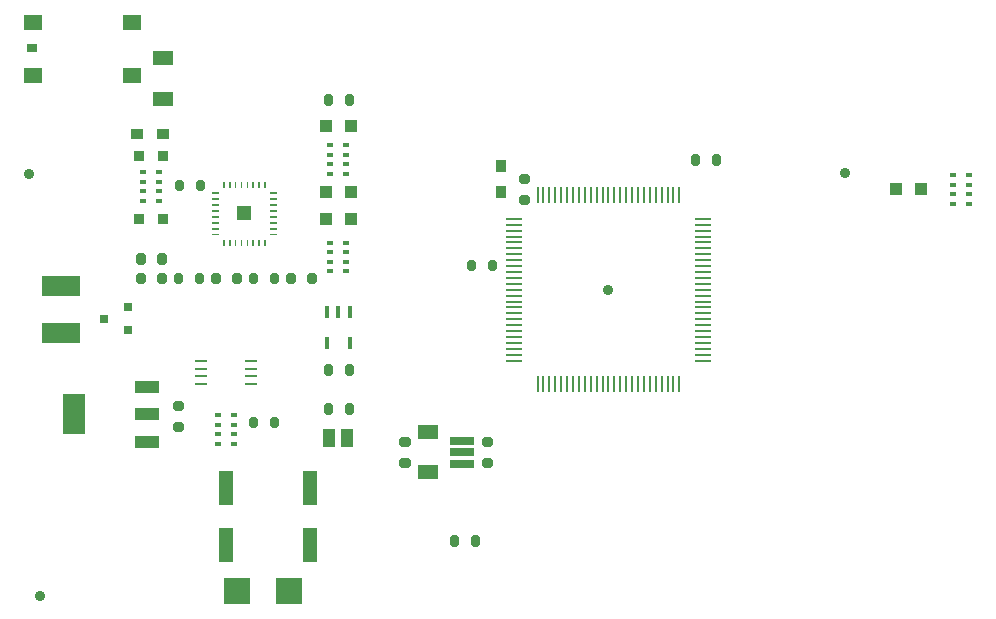
<source format=gbr>
G04 EAGLE Gerber RS-274X export*
G75*
%MOMM*%
%FSLAX34Y34*%
%LPD*%
%INSolderpaste Top*%
%IPPOS*%
%AMOC8*
5,1,8,0,0,1.08239X$1,22.5*%
G01*
%ADD10R,1.260000X2.860000*%
%ADD11R,1.080000X1.080000*%
%ADD12R,2.160000X2.160000*%
%ADD13C,0.914400*%
%ADD14R,2.113281X1.097281*%
%ADD15R,1.980000X3.380000*%
%ADD16C,0.613534*%
%ADD17R,1.398400X0.198400*%
%ADD18R,0.198400X1.398400*%
%ADD19R,3.210000X1.710000*%
%ADD20R,0.787400X0.685800*%
%ADD21R,1.051562X1.483363*%
%ADD22R,1.270000X1.270000*%
%ADD23C,0.123094*%
%ADD24R,1.098400X0.898400*%
%ADD25R,0.898400X0.898400*%
%ADD26C,0.005981*%
%ADD27R,0.548400X0.398400*%
%ADD28R,0.889000X0.762000*%
%ADD29C,0.075600*%
%ADD30R,0.448400X1.098400*%
%ADD31R,1.098400X0.198400*%
%ADD32R,1.660000X1.260000*%
%ADD33R,0.898400X1.098400*%


D10*
X184150Y115440D03*
X184150Y67440D03*
X255270Y115440D03*
X255270Y67440D03*
D11*
X772500Y368300D03*
X751500Y368300D03*
D12*
X193900Y27940D03*
X237900Y27940D03*
D13*
X708406Y381922D03*
X26670Y24130D03*
X17780Y381000D03*
D14*
X117348Y154686D03*
X117348Y177800D03*
X117348Y200914D03*
D15*
X55370Y177800D03*
D16*
X271427Y442575D02*
X271427Y446425D01*
X271427Y442575D02*
X269593Y442575D01*
X269593Y446425D01*
X271427Y446425D01*
X289207Y446425D02*
X289207Y442575D01*
X287373Y442575D01*
X287373Y446425D01*
X289207Y446425D01*
X408423Y306115D02*
X408423Y302265D01*
X408423Y306115D02*
X410257Y306115D01*
X410257Y302265D01*
X408423Y302265D01*
X390643Y302265D02*
X390643Y306115D01*
X392477Y306115D01*
X392477Y302265D01*
X390643Y302265D01*
X145435Y184503D02*
X141585Y184503D01*
X141585Y186337D01*
X145435Y186337D01*
X145435Y184503D01*
X145435Y166723D02*
X141585Y166723D01*
X141585Y168557D01*
X145435Y168557D01*
X145435Y166723D01*
D17*
X428000Y343464D03*
X428000Y338464D03*
X428000Y333464D03*
X428000Y328464D03*
X428000Y323464D03*
X428000Y318464D03*
X428000Y313464D03*
X428000Y308464D03*
X428000Y303464D03*
X428000Y298464D03*
X428000Y293464D03*
X428000Y288464D03*
X428000Y283464D03*
X428000Y278464D03*
X428000Y273464D03*
X428000Y268464D03*
X428000Y263464D03*
X428000Y258464D03*
X428000Y253464D03*
X428000Y248464D03*
X428000Y243464D03*
X428000Y238464D03*
X428000Y233464D03*
X428000Y228464D03*
X428000Y223464D03*
D18*
X448000Y203464D03*
X453000Y203464D03*
X458000Y203464D03*
X463000Y203464D03*
X468000Y203464D03*
X473000Y203464D03*
X478000Y203464D03*
X483000Y203464D03*
X488000Y203464D03*
X493000Y203464D03*
X498000Y203464D03*
X503000Y203464D03*
X508000Y203464D03*
X513000Y203464D03*
X518000Y203464D03*
X523000Y203464D03*
X528000Y203464D03*
X533000Y203464D03*
X538000Y203464D03*
X543000Y203464D03*
X548000Y203464D03*
X553000Y203464D03*
X558000Y203464D03*
X563000Y203464D03*
X568000Y203464D03*
D17*
X588000Y223464D03*
X588000Y228464D03*
X588000Y233464D03*
X588000Y238464D03*
X588000Y243464D03*
X588000Y248464D03*
X588000Y253464D03*
X588000Y258464D03*
X588000Y263464D03*
X588000Y268464D03*
X588000Y273464D03*
X588000Y278464D03*
X588000Y283464D03*
X588000Y288464D03*
X588000Y293464D03*
X588000Y298464D03*
X588000Y303464D03*
X588000Y308464D03*
X588000Y313464D03*
X588000Y318464D03*
X588000Y323464D03*
X588000Y328464D03*
X588000Y333464D03*
X588000Y338464D03*
X588000Y343464D03*
D18*
X568000Y363464D03*
X563000Y363464D03*
X558000Y363464D03*
X553000Y363464D03*
X548000Y363464D03*
X543000Y363464D03*
X538000Y363464D03*
X533000Y363464D03*
X528000Y363464D03*
X523000Y363464D03*
X518000Y363464D03*
X513000Y363464D03*
X508000Y363464D03*
X503000Y363464D03*
X498000Y363464D03*
X493000Y363464D03*
X488000Y363464D03*
X483000Y363464D03*
X478000Y363464D03*
X473000Y363464D03*
X468000Y363464D03*
X463000Y363464D03*
X458000Y363464D03*
X453000Y363464D03*
X448000Y363464D03*
D16*
X582323Y391775D02*
X582323Y395625D01*
X582323Y391775D02*
X580489Y391775D01*
X580489Y395625D01*
X582323Y395625D01*
X600103Y395625D02*
X600103Y391775D01*
X598269Y391775D01*
X598269Y395625D01*
X600103Y395625D01*
X378107Y73045D02*
X378107Y69195D01*
X376273Y69195D01*
X376273Y73045D01*
X378107Y73045D01*
X395887Y73045D02*
X395887Y69195D01*
X394053Y69195D01*
X394053Y73045D01*
X395887Y73045D01*
X337205Y154023D02*
X333355Y154023D01*
X333355Y155857D01*
X337205Y155857D01*
X337205Y154023D01*
X337205Y136243D02*
X333355Y136243D01*
X333355Y138077D01*
X337205Y138077D01*
X337205Y136243D01*
X128623Y307955D02*
X128623Y311805D01*
X130457Y311805D01*
X130457Y307955D01*
X128623Y307955D01*
X110843Y307955D02*
X110843Y311805D01*
X112677Y311805D01*
X112677Y307955D01*
X110843Y307955D01*
X271427Y217825D02*
X271427Y213975D01*
X269593Y213975D01*
X269593Y217825D01*
X271427Y217825D01*
X289207Y217825D02*
X289207Y213975D01*
X287373Y213975D01*
X287373Y217825D01*
X289207Y217825D01*
D11*
X289900Y342900D03*
X268900Y342900D03*
X289900Y365760D03*
X268900Y365760D03*
D19*
X44450Y247200D03*
X44450Y286200D03*
D16*
X128623Y291445D02*
X128623Y295295D01*
X130457Y295295D01*
X130457Y291445D01*
X128623Y291445D01*
X110843Y291445D02*
X110843Y295295D01*
X112677Y295295D01*
X112677Y291445D01*
X110843Y291445D01*
D11*
X289900Y421640D03*
X268900Y421640D03*
D16*
X271427Y184805D02*
X271427Y180955D01*
X269593Y180955D01*
X269593Y184805D01*
X271427Y184805D01*
X289207Y184805D02*
X289207Y180955D01*
X287373Y180955D01*
X287373Y184805D01*
X289207Y184805D01*
D20*
X81280Y258826D03*
X101600Y268478D03*
X101600Y249174D03*
D16*
X223873Y173375D02*
X223873Y169525D01*
X223873Y173375D02*
X225707Y173375D01*
X225707Y169525D01*
X223873Y169525D01*
X206093Y169525D02*
X206093Y173375D01*
X207927Y173375D01*
X207927Y169525D01*
X206093Y169525D01*
X239677Y291445D02*
X239677Y295295D01*
X239677Y291445D02*
X237843Y291445D01*
X237843Y295295D01*
X239677Y295295D01*
X257457Y295295D02*
X257457Y291445D01*
X255623Y291445D01*
X255623Y295295D01*
X257457Y295295D01*
D21*
X271780Y157480D03*
X287020Y157480D03*
D16*
X161135Y370185D02*
X161135Y374035D01*
X162969Y374035D01*
X162969Y370185D01*
X161135Y370185D01*
X143355Y370185D02*
X143355Y374035D01*
X145189Y374035D01*
X145189Y370185D01*
X143355Y370185D01*
D22*
X199390Y347980D03*
D23*
X182167Y325857D02*
X181613Y325857D01*
X182167Y325857D02*
X182167Y321103D01*
X181613Y321103D01*
X181613Y325857D01*
X181613Y322272D02*
X182167Y322272D01*
X182167Y323441D02*
X181613Y323441D01*
X181613Y324610D02*
X182167Y324610D01*
X182167Y325779D02*
X181613Y325779D01*
X186613Y325857D02*
X187167Y325857D01*
X187167Y321103D01*
X186613Y321103D01*
X186613Y325857D01*
X186613Y322272D02*
X187167Y322272D01*
X187167Y323441D02*
X186613Y323441D01*
X186613Y324610D02*
X187167Y324610D01*
X187167Y325779D02*
X186613Y325779D01*
X191613Y325857D02*
X192167Y325857D01*
X192167Y321103D01*
X191613Y321103D01*
X191613Y325857D01*
X191613Y322272D02*
X192167Y322272D01*
X192167Y323441D02*
X191613Y323441D01*
X191613Y324610D02*
X192167Y324610D01*
X192167Y325779D02*
X191613Y325779D01*
X196613Y325857D02*
X197167Y325857D01*
X197167Y321103D01*
X196613Y321103D01*
X196613Y325857D01*
X196613Y322272D02*
X197167Y322272D01*
X197167Y323441D02*
X196613Y323441D01*
X196613Y324610D02*
X197167Y324610D01*
X197167Y325779D02*
X196613Y325779D01*
X201613Y325857D02*
X202167Y325857D01*
X202167Y321103D01*
X201613Y321103D01*
X201613Y325857D01*
X201613Y322272D02*
X202167Y322272D01*
X202167Y323441D02*
X201613Y323441D01*
X201613Y324610D02*
X202167Y324610D01*
X202167Y325779D02*
X201613Y325779D01*
X206613Y325857D02*
X207167Y325857D01*
X207167Y321103D01*
X206613Y321103D01*
X206613Y325857D01*
X206613Y322272D02*
X207167Y322272D01*
X207167Y323441D02*
X206613Y323441D01*
X206613Y324610D02*
X207167Y324610D01*
X207167Y325779D02*
X206613Y325779D01*
X211613Y325857D02*
X212167Y325857D01*
X212167Y321103D01*
X211613Y321103D01*
X211613Y325857D01*
X211613Y322272D02*
X212167Y322272D01*
X212167Y323441D02*
X211613Y323441D01*
X211613Y324610D02*
X212167Y324610D01*
X212167Y325779D02*
X211613Y325779D01*
X216613Y325857D02*
X217167Y325857D01*
X217167Y321103D01*
X216613Y321103D01*
X216613Y325857D01*
X216613Y322272D02*
X217167Y322272D01*
X217167Y323441D02*
X216613Y323441D01*
X216613Y324610D02*
X217167Y324610D01*
X217167Y325779D02*
X216613Y325779D01*
X221513Y330203D02*
X221513Y330757D01*
X226267Y330757D01*
X226267Y330203D01*
X221513Y330203D01*
X221513Y335203D02*
X221513Y335757D01*
X226267Y335757D01*
X226267Y335203D01*
X221513Y335203D01*
X221513Y340203D02*
X221513Y340757D01*
X226267Y340757D01*
X226267Y340203D01*
X221513Y340203D01*
X221513Y345203D02*
X221513Y345757D01*
X226267Y345757D01*
X226267Y345203D01*
X221513Y345203D01*
X221513Y350203D02*
X221513Y350757D01*
X226267Y350757D01*
X226267Y350203D01*
X221513Y350203D01*
X221513Y355203D02*
X221513Y355757D01*
X226267Y355757D01*
X226267Y355203D01*
X221513Y355203D01*
X221513Y360203D02*
X221513Y360757D01*
X226267Y360757D01*
X226267Y360203D01*
X221513Y360203D01*
X221513Y365203D02*
X221513Y365757D01*
X226267Y365757D01*
X226267Y365203D01*
X221513Y365203D01*
X217167Y374857D02*
X216613Y374857D01*
X217167Y374857D02*
X217167Y370103D01*
X216613Y370103D01*
X216613Y374857D01*
X216613Y371272D02*
X217167Y371272D01*
X217167Y372441D02*
X216613Y372441D01*
X216613Y373610D02*
X217167Y373610D01*
X217167Y374779D02*
X216613Y374779D01*
X212167Y374857D02*
X211613Y374857D01*
X212167Y374857D02*
X212167Y370103D01*
X211613Y370103D01*
X211613Y374857D01*
X211613Y371272D02*
X212167Y371272D01*
X212167Y372441D02*
X211613Y372441D01*
X211613Y373610D02*
X212167Y373610D01*
X212167Y374779D02*
X211613Y374779D01*
X207167Y374857D02*
X206613Y374857D01*
X207167Y374857D02*
X207167Y370103D01*
X206613Y370103D01*
X206613Y374857D01*
X206613Y371272D02*
X207167Y371272D01*
X207167Y372441D02*
X206613Y372441D01*
X206613Y373610D02*
X207167Y373610D01*
X207167Y374779D02*
X206613Y374779D01*
X202167Y374857D02*
X201613Y374857D01*
X202167Y374857D02*
X202167Y370103D01*
X201613Y370103D01*
X201613Y374857D01*
X201613Y371272D02*
X202167Y371272D01*
X202167Y372441D02*
X201613Y372441D01*
X201613Y373610D02*
X202167Y373610D01*
X202167Y374779D02*
X201613Y374779D01*
X197167Y374857D02*
X196613Y374857D01*
X197167Y374857D02*
X197167Y370103D01*
X196613Y370103D01*
X196613Y374857D01*
X196613Y371272D02*
X197167Y371272D01*
X197167Y372441D02*
X196613Y372441D01*
X196613Y373610D02*
X197167Y373610D01*
X197167Y374779D02*
X196613Y374779D01*
X192167Y374857D02*
X191613Y374857D01*
X192167Y374857D02*
X192167Y370103D01*
X191613Y370103D01*
X191613Y374857D01*
X191613Y371272D02*
X192167Y371272D01*
X192167Y372441D02*
X191613Y372441D01*
X191613Y373610D02*
X192167Y373610D01*
X192167Y374779D02*
X191613Y374779D01*
X187167Y374857D02*
X186613Y374857D01*
X187167Y374857D02*
X187167Y370103D01*
X186613Y370103D01*
X186613Y374857D01*
X186613Y371272D02*
X187167Y371272D01*
X187167Y372441D02*
X186613Y372441D01*
X186613Y373610D02*
X187167Y373610D01*
X187167Y374779D02*
X186613Y374779D01*
X182167Y374857D02*
X181613Y374857D01*
X182167Y374857D02*
X182167Y370103D01*
X181613Y370103D01*
X181613Y374857D01*
X181613Y371272D02*
X182167Y371272D01*
X182167Y372441D02*
X181613Y372441D01*
X181613Y373610D02*
X182167Y373610D01*
X182167Y374779D02*
X181613Y374779D01*
X172513Y365757D02*
X172513Y365203D01*
X172513Y365757D02*
X177267Y365757D01*
X177267Y365203D01*
X172513Y365203D01*
X172513Y360757D02*
X172513Y360203D01*
X172513Y360757D02*
X177267Y360757D01*
X177267Y360203D01*
X172513Y360203D01*
X172513Y355757D02*
X172513Y355203D01*
X172513Y355757D02*
X177267Y355757D01*
X177267Y355203D01*
X172513Y355203D01*
X172513Y350757D02*
X172513Y350203D01*
X172513Y350757D02*
X177267Y350757D01*
X177267Y350203D01*
X172513Y350203D01*
X172513Y345757D02*
X172513Y345203D01*
X172513Y345757D02*
X177267Y345757D01*
X177267Y345203D01*
X172513Y345203D01*
X172513Y340757D02*
X172513Y340203D01*
X172513Y340757D02*
X177267Y340757D01*
X177267Y340203D01*
X172513Y340203D01*
X172513Y335757D02*
X172513Y335203D01*
X172513Y335757D02*
X177267Y335757D01*
X177267Y335203D01*
X172513Y335203D01*
X172513Y330757D02*
X172513Y330203D01*
X172513Y330757D02*
X177267Y330757D01*
X177267Y330203D01*
X172513Y330203D01*
D24*
X130634Y415036D03*
X108634Y415036D03*
D25*
X110650Y342900D03*
X130650Y342900D03*
X110650Y396748D03*
X130650Y396748D03*
D26*
X374078Y153088D02*
X393002Y153088D01*
X374078Y153088D02*
X374078Y159012D01*
X393002Y159012D01*
X393002Y153088D01*
X393002Y153145D02*
X374078Y153145D01*
X374078Y153202D02*
X393002Y153202D01*
X393002Y153259D02*
X374078Y153259D01*
X374078Y153316D02*
X393002Y153316D01*
X393002Y153373D02*
X374078Y153373D01*
X374078Y153430D02*
X393002Y153430D01*
X393002Y153487D02*
X374078Y153487D01*
X374078Y153544D02*
X393002Y153544D01*
X393002Y153601D02*
X374078Y153601D01*
X374078Y153658D02*
X393002Y153658D01*
X393002Y153715D02*
X374078Y153715D01*
X374078Y153772D02*
X393002Y153772D01*
X393002Y153829D02*
X374078Y153829D01*
X374078Y153886D02*
X393002Y153886D01*
X393002Y153943D02*
X374078Y153943D01*
X374078Y154000D02*
X393002Y154000D01*
X393002Y154057D02*
X374078Y154057D01*
X374078Y154114D02*
X393002Y154114D01*
X393002Y154171D02*
X374078Y154171D01*
X374078Y154228D02*
X393002Y154228D01*
X393002Y154285D02*
X374078Y154285D01*
X374078Y154342D02*
X393002Y154342D01*
X393002Y154399D02*
X374078Y154399D01*
X374078Y154456D02*
X393002Y154456D01*
X393002Y154513D02*
X374078Y154513D01*
X374078Y154570D02*
X393002Y154570D01*
X393002Y154627D02*
X374078Y154627D01*
X374078Y154684D02*
X393002Y154684D01*
X393002Y154741D02*
X374078Y154741D01*
X374078Y154798D02*
X393002Y154798D01*
X393002Y154855D02*
X374078Y154855D01*
X374078Y154912D02*
X393002Y154912D01*
X393002Y154969D02*
X374078Y154969D01*
X374078Y155026D02*
X393002Y155026D01*
X393002Y155083D02*
X374078Y155083D01*
X374078Y155140D02*
X393002Y155140D01*
X393002Y155197D02*
X374078Y155197D01*
X374078Y155254D02*
X393002Y155254D01*
X393002Y155311D02*
X374078Y155311D01*
X374078Y155368D02*
X393002Y155368D01*
X393002Y155425D02*
X374078Y155425D01*
X374078Y155482D02*
X393002Y155482D01*
X393002Y155539D02*
X374078Y155539D01*
X374078Y155596D02*
X393002Y155596D01*
X393002Y155653D02*
X374078Y155653D01*
X374078Y155710D02*
X393002Y155710D01*
X393002Y155767D02*
X374078Y155767D01*
X374078Y155824D02*
X393002Y155824D01*
X393002Y155881D02*
X374078Y155881D01*
X374078Y155938D02*
X393002Y155938D01*
X393002Y155995D02*
X374078Y155995D01*
X374078Y156052D02*
X393002Y156052D01*
X393002Y156109D02*
X374078Y156109D01*
X374078Y156166D02*
X393002Y156166D01*
X393002Y156223D02*
X374078Y156223D01*
X374078Y156280D02*
X393002Y156280D01*
X393002Y156337D02*
X374078Y156337D01*
X374078Y156394D02*
X393002Y156394D01*
X393002Y156451D02*
X374078Y156451D01*
X374078Y156508D02*
X393002Y156508D01*
X393002Y156565D02*
X374078Y156565D01*
X374078Y156622D02*
X393002Y156622D01*
X393002Y156679D02*
X374078Y156679D01*
X374078Y156736D02*
X393002Y156736D01*
X393002Y156793D02*
X374078Y156793D01*
X374078Y156850D02*
X393002Y156850D01*
X393002Y156907D02*
X374078Y156907D01*
X374078Y156964D02*
X393002Y156964D01*
X393002Y157021D02*
X374078Y157021D01*
X374078Y157078D02*
X393002Y157078D01*
X393002Y157135D02*
X374078Y157135D01*
X374078Y157192D02*
X393002Y157192D01*
X393002Y157249D02*
X374078Y157249D01*
X374078Y157306D02*
X393002Y157306D01*
X393002Y157363D02*
X374078Y157363D01*
X374078Y157420D02*
X393002Y157420D01*
X393002Y157477D02*
X374078Y157477D01*
X374078Y157534D02*
X393002Y157534D01*
X393002Y157591D02*
X374078Y157591D01*
X374078Y157648D02*
X393002Y157648D01*
X393002Y157705D02*
X374078Y157705D01*
X374078Y157762D02*
X393002Y157762D01*
X393002Y157819D02*
X374078Y157819D01*
X374078Y157876D02*
X393002Y157876D01*
X393002Y157933D02*
X374078Y157933D01*
X374078Y157990D02*
X393002Y157990D01*
X393002Y158047D02*
X374078Y158047D01*
X374078Y158104D02*
X393002Y158104D01*
X393002Y158161D02*
X374078Y158161D01*
X374078Y158218D02*
X393002Y158218D01*
X393002Y158275D02*
X374078Y158275D01*
X374078Y158332D02*
X393002Y158332D01*
X393002Y158389D02*
X374078Y158389D01*
X374078Y158446D02*
X393002Y158446D01*
X393002Y158503D02*
X374078Y158503D01*
X374078Y158560D02*
X393002Y158560D01*
X393002Y158617D02*
X374078Y158617D01*
X374078Y158674D02*
X393002Y158674D01*
X393002Y158731D02*
X374078Y158731D01*
X374078Y158788D02*
X393002Y158788D01*
X393002Y158845D02*
X374078Y158845D01*
X374078Y158902D02*
X393002Y158902D01*
X393002Y158959D02*
X374078Y158959D01*
X374078Y143088D02*
X393002Y143088D01*
X374078Y143088D02*
X374078Y149012D01*
X393002Y149012D01*
X393002Y143088D01*
X393002Y143145D02*
X374078Y143145D01*
X374078Y143202D02*
X393002Y143202D01*
X393002Y143259D02*
X374078Y143259D01*
X374078Y143316D02*
X393002Y143316D01*
X393002Y143373D02*
X374078Y143373D01*
X374078Y143430D02*
X393002Y143430D01*
X393002Y143487D02*
X374078Y143487D01*
X374078Y143544D02*
X393002Y143544D01*
X393002Y143601D02*
X374078Y143601D01*
X374078Y143658D02*
X393002Y143658D01*
X393002Y143715D02*
X374078Y143715D01*
X374078Y143772D02*
X393002Y143772D01*
X393002Y143829D02*
X374078Y143829D01*
X374078Y143886D02*
X393002Y143886D01*
X393002Y143943D02*
X374078Y143943D01*
X374078Y144000D02*
X393002Y144000D01*
X393002Y144057D02*
X374078Y144057D01*
X374078Y144114D02*
X393002Y144114D01*
X393002Y144171D02*
X374078Y144171D01*
X374078Y144228D02*
X393002Y144228D01*
X393002Y144285D02*
X374078Y144285D01*
X374078Y144342D02*
X393002Y144342D01*
X393002Y144399D02*
X374078Y144399D01*
X374078Y144456D02*
X393002Y144456D01*
X393002Y144513D02*
X374078Y144513D01*
X374078Y144570D02*
X393002Y144570D01*
X393002Y144627D02*
X374078Y144627D01*
X374078Y144684D02*
X393002Y144684D01*
X393002Y144741D02*
X374078Y144741D01*
X374078Y144798D02*
X393002Y144798D01*
X393002Y144855D02*
X374078Y144855D01*
X374078Y144912D02*
X393002Y144912D01*
X393002Y144969D02*
X374078Y144969D01*
X374078Y145026D02*
X393002Y145026D01*
X393002Y145083D02*
X374078Y145083D01*
X374078Y145140D02*
X393002Y145140D01*
X393002Y145197D02*
X374078Y145197D01*
X374078Y145254D02*
X393002Y145254D01*
X393002Y145311D02*
X374078Y145311D01*
X374078Y145368D02*
X393002Y145368D01*
X393002Y145425D02*
X374078Y145425D01*
X374078Y145482D02*
X393002Y145482D01*
X393002Y145539D02*
X374078Y145539D01*
X374078Y145596D02*
X393002Y145596D01*
X393002Y145653D02*
X374078Y145653D01*
X374078Y145710D02*
X393002Y145710D01*
X393002Y145767D02*
X374078Y145767D01*
X374078Y145824D02*
X393002Y145824D01*
X393002Y145881D02*
X374078Y145881D01*
X374078Y145938D02*
X393002Y145938D01*
X393002Y145995D02*
X374078Y145995D01*
X374078Y146052D02*
X393002Y146052D01*
X393002Y146109D02*
X374078Y146109D01*
X374078Y146166D02*
X393002Y146166D01*
X393002Y146223D02*
X374078Y146223D01*
X374078Y146280D02*
X393002Y146280D01*
X393002Y146337D02*
X374078Y146337D01*
X374078Y146394D02*
X393002Y146394D01*
X393002Y146451D02*
X374078Y146451D01*
X374078Y146508D02*
X393002Y146508D01*
X393002Y146565D02*
X374078Y146565D01*
X374078Y146622D02*
X393002Y146622D01*
X393002Y146679D02*
X374078Y146679D01*
X374078Y146736D02*
X393002Y146736D01*
X393002Y146793D02*
X374078Y146793D01*
X374078Y146850D02*
X393002Y146850D01*
X393002Y146907D02*
X374078Y146907D01*
X374078Y146964D02*
X393002Y146964D01*
X393002Y147021D02*
X374078Y147021D01*
X374078Y147078D02*
X393002Y147078D01*
X393002Y147135D02*
X374078Y147135D01*
X374078Y147192D02*
X393002Y147192D01*
X393002Y147249D02*
X374078Y147249D01*
X374078Y147306D02*
X393002Y147306D01*
X393002Y147363D02*
X374078Y147363D01*
X374078Y147420D02*
X393002Y147420D01*
X393002Y147477D02*
X374078Y147477D01*
X374078Y147534D02*
X393002Y147534D01*
X393002Y147591D02*
X374078Y147591D01*
X374078Y147648D02*
X393002Y147648D01*
X393002Y147705D02*
X374078Y147705D01*
X374078Y147762D02*
X393002Y147762D01*
X393002Y147819D02*
X374078Y147819D01*
X374078Y147876D02*
X393002Y147876D01*
X393002Y147933D02*
X374078Y147933D01*
X374078Y147990D02*
X393002Y147990D01*
X393002Y148047D02*
X374078Y148047D01*
X374078Y148104D02*
X393002Y148104D01*
X393002Y148161D02*
X374078Y148161D01*
X374078Y148218D02*
X393002Y148218D01*
X393002Y148275D02*
X374078Y148275D01*
X374078Y148332D02*
X393002Y148332D01*
X393002Y148389D02*
X374078Y148389D01*
X374078Y148446D02*
X393002Y148446D01*
X393002Y148503D02*
X374078Y148503D01*
X374078Y148560D02*
X393002Y148560D01*
X393002Y148617D02*
X374078Y148617D01*
X374078Y148674D02*
X393002Y148674D01*
X393002Y148731D02*
X374078Y148731D01*
X374078Y148788D02*
X393002Y148788D01*
X393002Y148845D02*
X374078Y148845D01*
X374078Y148902D02*
X393002Y148902D01*
X393002Y148959D02*
X374078Y148959D01*
X374078Y133088D02*
X393002Y133088D01*
X374078Y133088D02*
X374078Y139012D01*
X393002Y139012D01*
X393002Y133088D01*
X393002Y133145D02*
X374078Y133145D01*
X374078Y133202D02*
X393002Y133202D01*
X393002Y133259D02*
X374078Y133259D01*
X374078Y133316D02*
X393002Y133316D01*
X393002Y133373D02*
X374078Y133373D01*
X374078Y133430D02*
X393002Y133430D01*
X393002Y133487D02*
X374078Y133487D01*
X374078Y133544D02*
X393002Y133544D01*
X393002Y133601D02*
X374078Y133601D01*
X374078Y133658D02*
X393002Y133658D01*
X393002Y133715D02*
X374078Y133715D01*
X374078Y133772D02*
X393002Y133772D01*
X393002Y133829D02*
X374078Y133829D01*
X374078Y133886D02*
X393002Y133886D01*
X393002Y133943D02*
X374078Y133943D01*
X374078Y134000D02*
X393002Y134000D01*
X393002Y134057D02*
X374078Y134057D01*
X374078Y134114D02*
X393002Y134114D01*
X393002Y134171D02*
X374078Y134171D01*
X374078Y134228D02*
X393002Y134228D01*
X393002Y134285D02*
X374078Y134285D01*
X374078Y134342D02*
X393002Y134342D01*
X393002Y134399D02*
X374078Y134399D01*
X374078Y134456D02*
X393002Y134456D01*
X393002Y134513D02*
X374078Y134513D01*
X374078Y134570D02*
X393002Y134570D01*
X393002Y134627D02*
X374078Y134627D01*
X374078Y134684D02*
X393002Y134684D01*
X393002Y134741D02*
X374078Y134741D01*
X374078Y134798D02*
X393002Y134798D01*
X393002Y134855D02*
X374078Y134855D01*
X374078Y134912D02*
X393002Y134912D01*
X393002Y134969D02*
X374078Y134969D01*
X374078Y135026D02*
X393002Y135026D01*
X393002Y135083D02*
X374078Y135083D01*
X374078Y135140D02*
X393002Y135140D01*
X393002Y135197D02*
X374078Y135197D01*
X374078Y135254D02*
X393002Y135254D01*
X393002Y135311D02*
X374078Y135311D01*
X374078Y135368D02*
X393002Y135368D01*
X393002Y135425D02*
X374078Y135425D01*
X374078Y135482D02*
X393002Y135482D01*
X393002Y135539D02*
X374078Y135539D01*
X374078Y135596D02*
X393002Y135596D01*
X393002Y135653D02*
X374078Y135653D01*
X374078Y135710D02*
X393002Y135710D01*
X393002Y135767D02*
X374078Y135767D01*
X374078Y135824D02*
X393002Y135824D01*
X393002Y135881D02*
X374078Y135881D01*
X374078Y135938D02*
X393002Y135938D01*
X393002Y135995D02*
X374078Y135995D01*
X374078Y136052D02*
X393002Y136052D01*
X393002Y136109D02*
X374078Y136109D01*
X374078Y136166D02*
X393002Y136166D01*
X393002Y136223D02*
X374078Y136223D01*
X374078Y136280D02*
X393002Y136280D01*
X393002Y136337D02*
X374078Y136337D01*
X374078Y136394D02*
X393002Y136394D01*
X393002Y136451D02*
X374078Y136451D01*
X374078Y136508D02*
X393002Y136508D01*
X393002Y136565D02*
X374078Y136565D01*
X374078Y136622D02*
X393002Y136622D01*
X393002Y136679D02*
X374078Y136679D01*
X374078Y136736D02*
X393002Y136736D01*
X393002Y136793D02*
X374078Y136793D01*
X374078Y136850D02*
X393002Y136850D01*
X393002Y136907D02*
X374078Y136907D01*
X374078Y136964D02*
X393002Y136964D01*
X393002Y137021D02*
X374078Y137021D01*
X374078Y137078D02*
X393002Y137078D01*
X393002Y137135D02*
X374078Y137135D01*
X374078Y137192D02*
X393002Y137192D01*
X393002Y137249D02*
X374078Y137249D01*
X374078Y137306D02*
X393002Y137306D01*
X393002Y137363D02*
X374078Y137363D01*
X374078Y137420D02*
X393002Y137420D01*
X393002Y137477D02*
X374078Y137477D01*
X374078Y137534D02*
X393002Y137534D01*
X393002Y137591D02*
X374078Y137591D01*
X374078Y137648D02*
X393002Y137648D01*
X393002Y137705D02*
X374078Y137705D01*
X374078Y137762D02*
X393002Y137762D01*
X393002Y137819D02*
X374078Y137819D01*
X374078Y137876D02*
X393002Y137876D01*
X393002Y137933D02*
X374078Y137933D01*
X374078Y137990D02*
X393002Y137990D01*
X393002Y138047D02*
X374078Y138047D01*
X374078Y138104D02*
X393002Y138104D01*
X393002Y138161D02*
X374078Y138161D01*
X374078Y138218D02*
X393002Y138218D01*
X393002Y138275D02*
X374078Y138275D01*
X374078Y138332D02*
X393002Y138332D01*
X393002Y138389D02*
X374078Y138389D01*
X374078Y138446D02*
X393002Y138446D01*
X393002Y138503D02*
X374078Y138503D01*
X374078Y138560D02*
X393002Y138560D01*
X393002Y138617D02*
X374078Y138617D01*
X374078Y138674D02*
X393002Y138674D01*
X393002Y138731D02*
X374078Y138731D01*
X374078Y138788D02*
X393002Y138788D01*
X393002Y138845D02*
X374078Y138845D01*
X374078Y138902D02*
X393002Y138902D01*
X393002Y138959D02*
X374078Y138959D01*
D16*
X407055Y138077D02*
X407055Y136243D01*
X403205Y136243D01*
X403205Y138077D01*
X407055Y138077D01*
X407055Y154023D02*
X407055Y155857D01*
X407055Y154023D02*
X403205Y154023D01*
X403205Y155857D01*
X407055Y155857D01*
D27*
X286150Y299150D03*
X286150Y307150D03*
X286150Y315150D03*
X286150Y323150D03*
X272650Y323150D03*
X272650Y315150D03*
X272650Y307150D03*
X272650Y299150D03*
X190900Y153100D03*
X190900Y161100D03*
X190900Y169100D03*
X190900Y177100D03*
X177400Y177100D03*
X177400Y169100D03*
X177400Y161100D03*
X177400Y153100D03*
X799700Y380300D03*
X799700Y372300D03*
X799700Y364300D03*
X799700Y356300D03*
X813200Y356300D03*
X813200Y364300D03*
X813200Y372300D03*
X813200Y380300D03*
X272650Y405700D03*
X272650Y397700D03*
X272650Y389700D03*
X272650Y381700D03*
X286150Y381700D03*
X286150Y389700D03*
X286150Y397700D03*
X286150Y405700D03*
D13*
X508000Y283464D03*
D27*
X127400Y358840D03*
X127400Y366840D03*
X127400Y374840D03*
X127400Y382840D03*
X113900Y382840D03*
X113900Y374840D03*
X113900Y366840D03*
X113900Y358840D03*
D28*
X19685Y487690D03*
D29*
X13308Y504268D02*
X27152Y504268D01*
X13308Y504268D02*
X13308Y516112D01*
X27152Y516112D01*
X27152Y504268D01*
X27152Y504986D02*
X13308Y504986D01*
X13308Y505704D02*
X27152Y505704D01*
X27152Y506422D02*
X13308Y506422D01*
X13308Y507140D02*
X27152Y507140D01*
X27152Y507858D02*
X13308Y507858D01*
X13308Y508576D02*
X27152Y508576D01*
X27152Y509294D02*
X13308Y509294D01*
X13308Y510012D02*
X27152Y510012D01*
X27152Y510730D02*
X13308Y510730D01*
X13308Y511448D02*
X27152Y511448D01*
X27152Y512166D02*
X13308Y512166D01*
X13308Y512884D02*
X27152Y512884D01*
X27152Y513602D02*
X13308Y513602D01*
X13308Y514320D02*
X27152Y514320D01*
X27152Y515038D02*
X13308Y515038D01*
X13308Y515756D02*
X27152Y515756D01*
X97308Y504268D02*
X111152Y504268D01*
X97308Y504268D02*
X97308Y516112D01*
X111152Y516112D01*
X111152Y504268D01*
X111152Y504986D02*
X97308Y504986D01*
X97308Y505704D02*
X111152Y505704D01*
X111152Y506422D02*
X97308Y506422D01*
X97308Y507140D02*
X111152Y507140D01*
X111152Y507858D02*
X97308Y507858D01*
X97308Y508576D02*
X111152Y508576D01*
X111152Y509294D02*
X97308Y509294D01*
X97308Y510012D02*
X111152Y510012D01*
X111152Y510730D02*
X97308Y510730D01*
X97308Y511448D02*
X111152Y511448D01*
X111152Y512166D02*
X97308Y512166D01*
X97308Y512884D02*
X111152Y512884D01*
X111152Y513602D02*
X97308Y513602D01*
X97308Y514320D02*
X111152Y514320D01*
X111152Y515038D02*
X97308Y515038D01*
X97308Y515756D02*
X111152Y515756D01*
X27152Y459268D02*
X13308Y459268D01*
X13308Y471112D01*
X27152Y471112D01*
X27152Y459268D01*
X27152Y459986D02*
X13308Y459986D01*
X13308Y460704D02*
X27152Y460704D01*
X27152Y461422D02*
X13308Y461422D01*
X13308Y462140D02*
X27152Y462140D01*
X27152Y462858D02*
X13308Y462858D01*
X13308Y463576D02*
X27152Y463576D01*
X27152Y464294D02*
X13308Y464294D01*
X13308Y465012D02*
X27152Y465012D01*
X27152Y465730D02*
X13308Y465730D01*
X13308Y466448D02*
X27152Y466448D01*
X27152Y467166D02*
X13308Y467166D01*
X13308Y467884D02*
X27152Y467884D01*
X27152Y468602D02*
X13308Y468602D01*
X13308Y469320D02*
X27152Y469320D01*
X27152Y470038D02*
X13308Y470038D01*
X13308Y470756D02*
X27152Y470756D01*
X97308Y459268D02*
X111152Y459268D01*
X97308Y459268D02*
X97308Y471112D01*
X111152Y471112D01*
X111152Y459268D01*
X111152Y459986D02*
X97308Y459986D01*
X97308Y460704D02*
X111152Y460704D01*
X111152Y461422D02*
X97308Y461422D01*
X97308Y462140D02*
X111152Y462140D01*
X111152Y462858D02*
X97308Y462858D01*
X97308Y463576D02*
X111152Y463576D01*
X111152Y464294D02*
X97308Y464294D01*
X97308Y465012D02*
X111152Y465012D01*
X111152Y465730D02*
X97308Y465730D01*
X97308Y466448D02*
X111152Y466448D01*
X111152Y467166D02*
X97308Y467166D01*
X97308Y467884D02*
X111152Y467884D01*
X111152Y468602D02*
X97308Y468602D01*
X97308Y469320D02*
X111152Y469320D01*
X111152Y470038D02*
X97308Y470038D01*
X97308Y470756D02*
X111152Y470756D01*
D16*
X174343Y291445D02*
X176177Y291445D01*
X174343Y291445D02*
X174343Y295295D01*
X176177Y295295D01*
X176177Y291445D01*
X192123Y291445D02*
X193957Y291445D01*
X192123Y291445D02*
X192123Y295295D01*
X193957Y295295D01*
X193957Y291445D01*
D30*
X288900Y264714D03*
X279400Y264714D03*
X269900Y264714D03*
X269900Y238714D03*
X288900Y238714D03*
D16*
X160373Y291445D02*
X160373Y295295D01*
X162207Y295295D01*
X162207Y291445D01*
X160373Y291445D01*
X142593Y291445D02*
X142593Y295295D01*
X144427Y295295D01*
X144427Y291445D01*
X142593Y291445D01*
X207927Y291445D02*
X207927Y295295D01*
X207927Y291445D02*
X206093Y291445D01*
X206093Y295295D01*
X207927Y295295D01*
X225707Y295295D02*
X225707Y291445D01*
X223873Y291445D01*
X223873Y295295D01*
X225707Y295295D01*
D31*
X205280Y203600D03*
X205280Y210100D03*
X205280Y216600D03*
X205280Y223100D03*
X163030Y223100D03*
X163030Y216600D03*
X163030Y210100D03*
X163030Y203600D03*
D32*
X355600Y163050D03*
X355600Y129050D03*
X130810Y479280D03*
X130810Y445280D03*
D33*
X416864Y388296D03*
X416864Y366296D03*
D16*
X434427Y376675D02*
X438277Y376675D01*
X434427Y376675D02*
X434427Y378509D01*
X438277Y378509D01*
X438277Y376675D01*
X438277Y358895D02*
X434427Y358895D01*
X434427Y360729D01*
X438277Y360729D01*
X438277Y358895D01*
M02*

</source>
